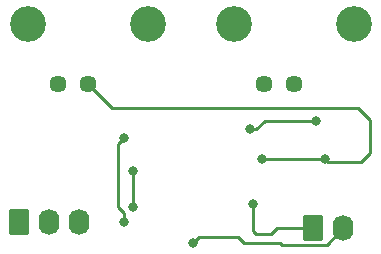
<source format=gbr>
%TF.GenerationSoftware,KiCad,Pcbnew,(5.99.0-11014-g82f3df4086)*%
%TF.CreationDate,2021-07-07T15:05:38-04:00*%
%TF.ProjectId,DigitimerPulseExtender,44696769-7469-46d6-9572-50756c736545,rev?*%
%TF.SameCoordinates,Original*%
%TF.FileFunction,Copper,L2,Bot*%
%TF.FilePolarity,Positive*%
%FSLAX46Y46*%
G04 Gerber Fmt 4.6, Leading zero omitted, Abs format (unit mm)*
G04 Created by KiCad (PCBNEW (5.99.0-11014-g82f3df4086)) date 2021-07-07 15:05:38*
%MOMM*%
%LPD*%
G01*
G04 APERTURE LIST*
G04 Aperture macros list*
%AMRoundRect*
0 Rectangle with rounded corners*
0 $1 Rounding radius*
0 $2 $3 $4 $5 $6 $7 $8 $9 X,Y pos of 4 corners*
0 Add a 4 corners polygon primitive as box body*
4,1,4,$2,$3,$4,$5,$6,$7,$8,$9,$2,$3,0*
0 Add four circle primitives for the rounded corners*
1,1,$1+$1,$2,$3*
1,1,$1+$1,$4,$5*
1,1,$1+$1,$6,$7*
1,1,$1+$1,$8,$9*
0 Add four rect primitives between the rounded corners*
20,1,$1+$1,$2,$3,$4,$5,0*
20,1,$1+$1,$4,$5,$6,$7,0*
20,1,$1+$1,$6,$7,$8,$9,0*
20,1,$1+$1,$8,$9,$2,$3,0*%
G04 Aperture macros list end*
%TA.AperFunction,ComponentPad*%
%ADD10RoundRect,0.250000X-0.620000X-0.845000X0.620000X-0.845000X0.620000X0.845000X-0.620000X0.845000X0*%
%TD*%
%TA.AperFunction,ComponentPad*%
%ADD11O,1.740000X2.190000*%
%TD*%
%TA.AperFunction,ComponentPad*%
%ADD12C,1.446000*%
%TD*%
%TA.AperFunction,ComponentPad*%
%ADD13C,3.015000*%
%TD*%
%TA.AperFunction,ViaPad*%
%ADD14C,0.800000*%
%TD*%
%TA.AperFunction,Conductor*%
%ADD15C,0.250000*%
%TD*%
G04 APERTURE END LIST*
D10*
%TO.P,J3,1,Pin_1*%
%TO.N,Power*%
X37846000Y-62738000D03*
D11*
%TO.P,J3,2,Pin_2*%
%TO.N,LED_PWR*%
X40386000Y-62738000D03*
%TO.P,J3,3,Pin_3*%
%TO.N,GND*%
X42926000Y-62738000D03*
%TD*%
D12*
%TO.P,J2,1,In*%
%TO.N,GND*%
X41087000Y-51046464D03*
%TO.P,J2,2,Ext*%
%TO.N,Output*%
X43627000Y-51046464D03*
D13*
%TO.P,J2,3*%
%TO.N,N/C*%
X48707000Y-45966464D03*
%TO.P,J2,4*%
X38547000Y-45966464D03*
%TD*%
D12*
%TO.P,J1,1,In*%
%TO.N,GND*%
X58587000Y-51046464D03*
%TO.P,J1,2,Ext*%
%TO.N,Input*%
X61127000Y-51046464D03*
D13*
%TO.P,J1,3*%
%TO.N,N/C*%
X66207000Y-45966464D03*
%TO.P,J1,4*%
X56047000Y-45966464D03*
%TD*%
D10*
%TO.P,D1,1,K*%
%TO.N,GND*%
X62738000Y-63266000D03*
D11*
%TO.P,D1,2,A*%
%TO.N,Net-(D1-Pad2)*%
X65278000Y-63266000D03*
%TD*%
D14*
%TO.N,Input*%
X62929000Y-54165000D03*
%TO.N,Net-(D1-Pad2)*%
X52578000Y-64516000D03*
%TO.N,Net-(C2-Pad1)*%
X46736000Y-55626000D03*
X46736000Y-62738000D03*
%TO.N,Input*%
X57404000Y-54864000D03*
%TO.N,Output*%
X63754000Y-57404000D03*
X58420000Y-57404000D03*
%TO.N,GND*%
X57658000Y-61214000D03*
%TO.N,Net-(C1-Pad1)*%
X47498000Y-61468000D03*
X47498000Y-58420000D03*
%TD*%
D15*
%TO.N,Input*%
X57404000Y-54864000D02*
X57912000Y-54864000D01*
X57912000Y-54864000D02*
X58611000Y-54165000D01*
X58611000Y-54165000D02*
X62929000Y-54165000D01*
%TO.N,Net-(D1-Pad2)*%
X56896000Y-64516000D02*
X59944000Y-64516000D01*
X56388000Y-64008000D02*
X56896000Y-64516000D01*
X59944000Y-64516000D02*
X60113520Y-64685520D01*
X52578000Y-64516000D02*
X53086000Y-64008000D01*
X53086000Y-64008000D02*
X56388000Y-64008000D01*
X60113520Y-64685520D02*
X63858480Y-64685520D01*
X63858480Y-64685520D02*
X65278000Y-63266000D01*
%TO.N,Net-(C2-Pad1)*%
X46228000Y-56134000D02*
X46736000Y-55626000D01*
X46228000Y-61468000D02*
X46228000Y-56134000D01*
X46736000Y-62738000D02*
X46736000Y-61976000D01*
X46736000Y-61976000D02*
X46228000Y-61468000D01*
%TO.N,Output*%
X63754000Y-57404000D02*
X64008000Y-57658000D01*
X64008000Y-57658000D02*
X66802000Y-57658000D01*
X67564000Y-56896000D02*
X67564000Y-54102000D01*
X67564000Y-54102000D02*
X66548000Y-53086000D01*
X66802000Y-57658000D02*
X67564000Y-56896000D01*
X66548000Y-53086000D02*
X45666536Y-53086000D01*
X45666536Y-53086000D02*
X43627000Y-51046464D01*
X58420000Y-57404000D02*
X63754000Y-57404000D01*
%TO.N,GND*%
X57912000Y-63754000D02*
X59182000Y-63754000D01*
X57658000Y-63500000D02*
X57912000Y-63754000D01*
X57658000Y-61214000D02*
X57658000Y-63500000D01*
X59182000Y-63754000D02*
X59670000Y-63266000D01*
X59670000Y-63266000D02*
X62738000Y-63266000D01*
%TO.N,Net-(C1-Pad1)*%
X47498000Y-58420000D02*
X47498000Y-61468000D01*
%TD*%
M02*

</source>
